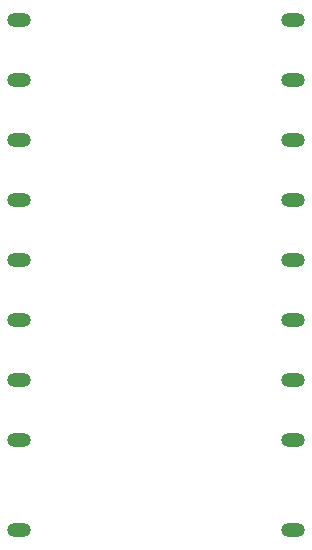
<source format=gbp>
G04 #@! TF.GenerationSoftware,KiCad,Pcbnew,8.0.1*
G04 #@! TF.CreationDate,2024-04-23T21:26:09-07:00*
G04 #@! TF.ProjectId,LED_Device,4c45445f-4465-4766-9963-652e6b696361,rev?*
G04 #@! TF.SameCoordinates,Original*
G04 #@! TF.FileFunction,Paste,Bot*
G04 #@! TF.FilePolarity,Positive*
%FSLAX46Y46*%
G04 Gerber Fmt 4.6, Leading zero omitted, Abs format (unit mm)*
G04 Created by KiCad (PCBNEW 8.0.1) date 2024-04-23 21:26:09*
%MOMM*%
%LPD*%
G01*
G04 APERTURE LIST*
%ADD10O,2.000000X1.200000*%
G04 APERTURE END LIST*
D10*
X166065200Y-84455000D03*
X166065200Y-89535000D03*
X166065200Y-94615000D03*
X166065200Y-99695000D03*
X166065200Y-104775000D03*
X166065200Y-109855000D03*
X166065200Y-114935000D03*
X166065200Y-120015000D03*
X166065200Y-127635000D03*
X189230000Y-84455000D03*
X189230000Y-89535000D03*
X189230000Y-94615000D03*
X189230000Y-99695000D03*
X189230000Y-104775000D03*
X189230000Y-109855000D03*
X189230000Y-114935000D03*
X189230000Y-120015000D03*
X189230000Y-127635000D03*
M02*

</source>
